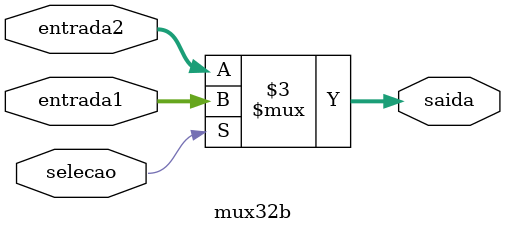
<source format=v>
module mux32b
#(parameter DATA_WIDTH=32, parameter ADDR_WIDTH=6, parameter A = 16'b0000000000000000, parameter B = 6'b000000)	
	(
	input [DATA_WIDTH - 1:0] entrada1,
	input [DATA_WIDTH - 1:0] entrada2,
	output reg [DATA_WIDTH - 1:0] saida,
	input selecao);
	
	always @ (*)
	begin
	
		/* Instrucao*/
		if (selecao) saida = entrada1;
		/* Banco de registradores */
		else saida = entrada2;
	
	end
	
endmodule
</source>
